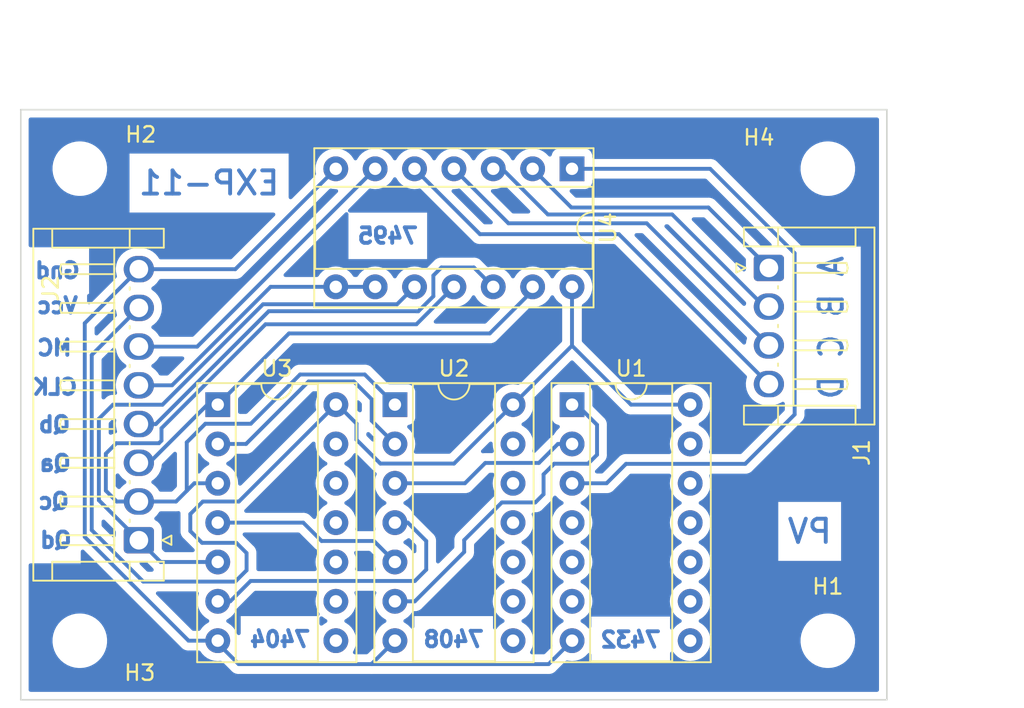
<source format=kicad_pcb>
(kicad_pcb (version 20211014) (generator pcbnew)
  (layers (0 "F.Cu" signal) (31 "B.Cu" signal) (34 "B.Paste" user) (35 "F.Paste" user) (36 "B.SilkS" user "B.Silkscreen") (37 "F.SilkS" user "F.Silkscreen") (38 "B.Mask" user) (39 "F.Mask" user) (44 "Edge.Cuts" user))
  (net 0 "")
  (net 1 "D")
  (net 2 "C")
  (net 3 "B")
  (net 4 "A")
  (net 5 "CLK")
  (net 6 "MC")
  (net 7 "QA")
  (net 8 "QB")
  (net 9 "QC")
  (net 10 "QD")
  (net 11 "VCC")
  (net 12 "GND")
  (net 13 "Net-(U1-Pad1)")
  (net 14 "Net-(U1-Pad3)")
  (net 15 "Net-(U2-Pad2)")
  (net 16 "Net-(U2-Pad4)")
  (net 17 "Net-(U2-Pad5)")
  (net 18 "Net-(U2-Pad3)")
  (footprint "Package_DIP:DIP-14_W7.62mm_Socket" (layer "F.Cu") (at 123.2 102.865)
    (fp_text reference "U1" (at 3.81 -2.33) (layer "F.SilkS"))
    (fp_text value "7432" (at 3.78 15.185) (layer "B.Cu") (effects (font (thickness 0.25)) (justify mirror)))
    (fp_line (start 8.95 16.63) (end 8.95 -1.39) (layer "F.SilkS") (width 0.12))
    (fp_line (start -1.33 -1.39) (end -1.33 16.63) (layer "F.SilkS") (width 0.12))
    (fp_line (start 1.16 16.57) (end 6.46 16.57) (layer "F.SilkS") (width 0.12))
    (fp_line (start 1.16 -1.33) (end 1.16 16.57) (layer "F.SilkS") (width 0.12))
    (fp_line (start 2.81 -1.33) (end 1.16 -1.33) (layer "F.SilkS") (width 0.12))
    (fp_line (start 8.95 -1.39) (end -1.33 -1.39) (layer "F.SilkS") (width 0.12))
    (fp_line (start 6.46 16.57) (end 6.46 -1.33) (layer "F.SilkS") (width 0.12))
    (fp_line (start 6.46 -1.33) (end 4.81 -1.33) (layer "F.SilkS") (width 0.12))
    (fp_line (start -1.33 16.63) (end 8.95 16.63) (layer "F.SilkS") (width 0.12))
    (fp_arc (start 4.81 -1.33) (mid 3.81 -0.33) (end 2.81 -1.33) (layer "F.SilkS") (width 0.12))
    (pad "1" thru_hole rect (at 0 0) (size 1.6 1.6) (drill 0.8) (layers *.Cu *.Mask) (net 13 "Net-(U1-Pad1)"))
    (pad "2" thru_hole oval (at 0 2.54) (size 1.6 1.6) (drill 0.8) (layers *.Cu *.Mask) (net 18 "Net-(U2-Pad3)"))
    (pad "3" thru_hole oval (at 0 5.08) (size 1.6 1.6) (drill 0.8) (layers *.Cu *.Mask) (net 14 "Net-(U1-Pad3)"))
    (pad "4" thru_hole oval (at 0 7.62) (size 1.6 1.6) (drill 0.8) (layers *.Cu *.Mask))
    (pad "5" thru_hole oval (at 0 10.16) (size 1.6 1.6) (drill 0.8) (layers *.Cu *.Mask))
    (pad "6" thru_hole oval (at 0 12.7) (size 1.6 1.6) (drill 0.8) (layers *.Cu *.Mask))
    (pad "7" thru_hole oval (at 0 15.24) (size 1.6 1.6) (drill 0.8) (layers *.Cu *.Mask) (net 12 "GND"))
    (pad "8" thru_hole oval (at 7.62 15.24) (size 1.6 1.6) (drill 0.8) (layers *.Cu *.Mask))
    (pad "9" thru_hole oval (at 7.62 12.7) (size 1.6 1.6) (drill 0.8) (layers *.Cu *.Mask))
    (pad "10" thru_hole oval (at 7.62 10.16) (size 1.6 1.6) (drill 0.8) (layers *.Cu *.Mask))
    (pad "11" thru_hole oval (at 7.62 7.62) (size 1.6 1.6) (drill 0.8) (layers *.Cu *.Mask))
    (pad "12" thru_hole oval (at 7.62 5.08) (size 1.6 1.6) (drill 0.8) (layers *.Cu *.Mask))
    (pad "13" thru_hole oval (at 7.62 2.54) (size 1.6 1.6) (drill 0.8) (layers *.Cu *.Mask))
    (pad "14" thru_hole oval (at 7.62 0) (size 1.6 1.6) (drill 0.8) (layers *.Cu *.Mask) (net 11 "VCC"))
  )
  (footprint "Connector_JST:JST_EH_S8B-EH_1x08_P2.50mm_Horizontal" (layer "F.Cu") (at 95.25 111.62 90)
    (fp_text reference "J2" (at 16.26 -5.69 90) (layer "F.SilkS"))
    (fp_text value "Conn_01x08_Female")
    (fp_line (start 12.18 -1.59) (end 12.18 -5.01) (layer "F.SilkS") (width 0.12))
    (fp_line (start 2.82 -1.59) (end 2.5 -1.59) (layer "F.SilkS") (width 0.12))
    (fp_line (start -1.39 1.61) (end -2.61 1.61) (layer "F.SilkS") (width 0.12))
    (fp_line (start 20.11 -5.59) (end 18.89 -5.59) (layer "F.SilkS") (width 0.12))
    (fp_line (start 0.32 -5.01) (end 0.32 -1.59) (layer "F.SilkS") (width 0.12))
    (fp_line (start 20.11 1.61) (end 18.89 1.61) (layer "F.SilkS") (width 0.12))
    (fp_line (start 15 -1.59) (end 14.68 -1.59) (layer "F.SilkS") (width 0.12))
    (fp_line (start 5 -5.09) (end 5.32 -5.01) (layer "F.SilkS") (width 0.12))
    (fp_line (start 17.5 -5.09) (end 17.82 -5.01) (layer "F.SilkS") (width 0.12))
    (fp_line (start 17.82 -5.01) (end 17.82 -1.59) (layer "F.SilkS") (width 0.12))
    (fp_line (start -0.32 -5.01) (end 0 -5.09) (layer "F.SilkS") (width 0.12))
    (fp_line (start 3.67 -0.59) (end 3.83 -0.59) (layer "F.SilkS") (width 0.12))
    (fp_line (start 17.5 -1.59) (end 17.18 -1.59) (layer "F.SilkS") (width 0.12))
    (fp_line (start -2.61 -6.81) (end 20.11 -6.81) (layer "F.SilkS") (width 0.12))
    (fp_line (start 7.82 -1.59) (end 7.5 -1.59) (layer "F.SilkS") (width 0.12))
    (fp_line (start 10 -5.09) (end 10.32 -5.01) (layer "F.SilkS") (width 0.12))
    (fp_line (start 1.17 -0.59) (end 1.33 -0.59) (layer "F.SilkS") (width 0.12))
    (fp_line (start 7.18 -5.01) (end 7.5 -5.09) (layer "F.SilkS") (width 0.12))
    (fp_line (start 2.18 -1.59) (end 2.18 -5.01) (layer "F.SilkS") (width 0.12))
    (fp_line (start 6.17 -0.59) (end 6.33 -0.59) (layer "F.SilkS") (width 0.12))
    (fp_line (start 2.5 -1.59) (end 2.18 -1.59) (layer "F.SilkS") (width 0.12))
    (fp_line (start -1.39 -0.59) (end -2.61 -0.59) (layer "F.SilkS") (width 0.12))
    (fp_line (start 14.68 -5.01) (end 15 -5.09) (layer "F.SilkS") (width 0.12))
    (fp_line (start -1.39 -1.59) (end 18.89 -1.59) (layer "F.SilkS") (width 0.12))
    (fp_line (start 7.18 -1.59) (end 7.18 -5.01) (layer "F.SilkS") (width 0.12))
    (fp_line (start 7.82 -5.01) (end 7.82 -1.59) (layer "F.SilkS") (width 0.12))
    (fp_line (start 5 -1.59) (end 4.68 -1.59) (layer "F.SilkS") (width 0.12))
    (fp_line (start 17.18 -5.01) (end 17.5 -5.09) (layer "F.SilkS") (width 0.12))
    (fp_line (start 4.68 -5.01) (end 5 -5.09) (layer "F.SilkS") (width 0.12))
    (fp_line (start 15 -5.09) (end 15.32 -5.01) (layer "F.SilkS") (width 0.12))
    (fp_line (start 5.32 -1.59) (end 5 -1.59) (layer "F.SilkS") (width 0.12))
    (fp_line (start 12.18 -5.01) (end 12.5 -5.09) (layer "F.SilkS") (width 0.12))
    (fp_line (start 0 -5.09) (end 0.32 -5.01) (layer "F.SilkS") (width 0.12))
    (fp_line (start -1.39 -5.59) (end -1.39 -0.59) (layer "F.SilkS") (width 0.12))
    (fp_line (start 12.82 -5.01) (end 12.82 -1.59) (layer "F.SilkS") (width 0.12))
    (fp_line (start 17.82 -1.59) (end 17.5 -1.59) (layer "F.SilkS") (width 0.12))
    (fp_line (start -0.3 2.1) (end 0.3 2.1) (layer "F.SilkS") (width 0.12))
    (fp_line (start 10.32 -5.01) (end 10.32 -1.59) (layer "F.SilkS") (width 0.12))
    (fp_line (start 16.17 -0.59) (end 16.33 -0.59) (layer "F.SilkS") (width 0.12))
    (fp_line (start -0.32 -1.59) (end -0.32 -5.01) (layer "F.SilkS") (width 0.12))
    (fp_line (start 7.5 -5.09) (end 7.82 -5.01) (layer "F.SilkS") (width 0.12))
    (fp_line (start 8.67 -0.59) (end 8.83 -0.59) (layer "F.SilkS") (width 0.12))
    (fp_line (start 10.32 -1.59) (end 10 -1.59) (layer "F.SilkS") (width 0.12))
    (fp_line (start 4.68 -1.59) (end 4.68 -5.01) (layer "F.SilkS") (width 0.12))
    (fp_line (start 18.89 -5.59) (end 18.89 -0.59) (layer "F.SilkS") (width 0.12))
    (fp_line (start 12.5 -5.09) (end 12.82 -5.01) (layer "F.SilkS") (width 0.12))
    (fp_line (start 12.5 -1.59) (end 12.18 -1.59) (layer "F.SilkS") (width 0.12))
    (fp_line (start 2.5 -5.09) (end 2.82 -5.01) (layer "F.SilkS") (width 0.12))
    (fp_line (start 13.67 -0.59) (end 13.83 -0.59) (layer "F.SilkS") (width 0.12))
    (fp_line (start 2.18 -5.01) (end 2.5 -5.09) (layer "F.SilkS") (width 0.12))
    (fp_line (start 9.68 -5.01) (end 10 -5.09) (layer "F.SilkS") (width 0.12))
    (fp_line (start 17.18 -1.59) (end 17.18 -5.01) (layer "F.SilkS") (width 0.12))
    (fp_line (start 0.32 -1.59) (end 0 -1.59) (layer "F.SilkS") (width 0.12))
    (fp_line (start 9.68 -1.59) (end 9.68 -5.01) (layer "F.SilkS") (width 0.12))
    (fp_line (start 20.11 -6.81) (end 20.11 1.61) (layer "F.SilkS") (width 0.12))
    (fp_line (start 0.3 2.1) (end 0 1.5) (layer "F.SilkS") (width 0.12))
    (fp_line (start 18.89 1.61) (end 18.89 -0.59) (layer "F.SilkS") (width 0.12))
    (fp_line (start 11.17 -0.59) (end 11.33 -0.59) (layer "F.SilkS") (width 0.12))
    (fp_line (start 10 -1.59) (end 9.68 -1.59) (layer "F.SilkS") (width 0.12))
    (fp_line (start 0 1.5) (end -0.3 2.1) (layer "F.SilkS") (width 0.12))
    (fp_line (start -2.61 -5.59) (end -1.39 -5.59) (layer "F.SilkS") (width 0.12))
    (fp_line (start 12.82 -1.59) (end 12.5 -1.59) (layer "F.SilkS") (width 0.12))
    (fp_line (start 14.68 -1.59) (end 14.68 -5.01) (layer "F.SilkS") (width 0.12))
    (fp_line (start -2.61 1.61) (end -2.61 -6.81) (layer "F.SilkS") (width 0.12))
    (fp_line (start 5.32 -5.01) (end 5.32 -1.59) (layer "F.SilkS") (width 0.12))
    (fp_line (start 15.32 -5.01) (end 15.32 -1.59) (layer "F.SilkS") (width 0.12))
    (fp_line (start 0 -1.59) (end -0.32 -1.59) (layer "F.SilkS") (width 0.12))
    (fp_line (start 2.82 -5.01) (end 2.82 -1.59) (layer "F.SilkS") (width 0.12))
    (fp_line (start 7.5 -1.59) (end 7.18 -1.59) (layer "F.SilkS") (width 0.12))
    (fp_line (start 18.89 -0.59) (end 20.11 -0.59) (layer "F.SilkS") (width 0.12))
    (fp_line (start 15.32 -1.59) (end 15 -1.59) (layer "F.SilkS") (width 0.12))
    (fp_line (start -1.39 -0.59) (end -1.39 1.61) (layer "F.SilkS") (width 0.12))
    (pad "1" thru_hole roundrect (at 0 0 90) (size 1.7 1.95) (drill 1.2) (layers *.Cu *.Mask) (roundrect_rratio 0.1470588235) (net 10 "QD"))
    (pad "2" thru_hole oval (at 2.5 0 90) (size 1.7 1.95) (drill 1.2) (layers *.Cu *.Mask) (net 9 "QC"))
    (pad "3" thru_hole oval (at 5 0 90) (size 1.7 1.95) (drill 1.2) (layers *.Cu *.Mask) (net 7 "QA"))
    (pad "4" thru_hole oval (at 7.5 0 90) (size 1.7 1.95) (drill 1.2) (layers *.Cu *.Mask) (net 8 "QB"))
    (pad "5" thru_hole oval (at 10 0 90) (size 1.7 1.95) (drill 1.2) (layers *.Cu *.Mask) (net 5 "CLK"))
    (pad "6" thru_hole oval (at 12.5 0 90) (size 1.7 1.95) (drill 1.2) (layers *.Cu *.Mask) (net 6 "MC"))
    (pad "7" thru_hole oval (at 15 0 90) (size 1.7 1.95) (drill 1.2) (layers *.Cu *.Mask) (net 11 "VCC"))
    (pad "8" thru_hole oval (at 17.5 0 90) (size 1.7 1.95) (drill 1.2) (layers *.Cu *.Mask) (net 12 "GND"))
  )
  (footprint "Connector_JST:JST_EH_S4B-EH_1x04_P2.50mm_Horizontal" (layer "F.Cu") (at 135.8975 94.04 -90)
    (fp_text reference "J1" (at 11.92 -5.9925 -90) (layer "F.SilkS"))
    (fp_text value "Conn_01x04_Female")
    (fp_line (start 0.32 -5.01) (end 0.32 -1.59) (layer "F.SilkS") (width 0.12))
    (fp_line (start 4.68 -1.59) (end 4.68 -5.01) (layer "F.SilkS") (width 0.12))
    (fp_line (start 7.18 -1.59) (end 7.18 -5.01) (layer "F.SilkS") (width 0.12))
    (fp_line (start 2.18 -5.01) (end 2.5 -5.09) (layer "F.SilkS") (width 0.12))
    (fp_line (start -0.3 2.1) (end 0.3 2.1) (layer "F.SilkS") (width 0.12))
    (fp_line (start 10.11 1.61) (end 8.89 1.61) (layer "F.SilkS") (width 0.12))
    (fp_line (start 2.5 -5.09) (end 2.82 -5.01) (layer "F.SilkS") (width 0.12))
    (fp_line (start -1.39 -5.59) (end -1.39 -0.59) (layer "F.SilkS") (width 0.12))
    (fp_line (start 2.82 -1.59) (end 2.5 -1.59) (layer "F.SilkS") (width 0.12))
    (fp_line (start 8.89 1.61) (end 8.89 -0.59) (layer "F.SilkS") (width 0.12))
    (fp_line (start 1.17 -0.59) (end 1.33 -0.59) (layer "F.SilkS") (width 0.12))
    (fp_line (start 5 -1.59) (end 4.68 -1.59) (layer "F.SilkS") (width 0.12))
    (fp_line (start -1.39 -0.59) (end -2.61 -0.59) (layer "F.SilkS") (width 0.12))
    (fp_line (start -1.39 -1.59) (end 8.89 -1.59) (layer "F.SilkS") (width 0.12))
    (fp_line (start 2.82 -5.01) (end 2.82 -1.59) (layer "F.SilkS") (width 0.12))
    (fp_line (start 4.68 -5.01) (end 5 -5.09) (layer "F.SilkS") (width 0.12))
    (fp_line (start 10.11 -6.81) (end 10.11 1.61) (layer "F.SilkS") (width 0.12))
    (fp_line (start 3.67 -0.59) (end 3.83 -0.59) (layer "F.SilkS") (width 0.12))
    (fp_line (start 7.82 -5.01) (end 7.82 -1.59) (layer "F.SilkS") (width 0.12))
    (fp_line (start 10.11 -5.59) (end 8.89 -5.59) (layer "F.SilkS") (width 0.12))
    (fp_line (start 0.3 2.1) (end 0 1.5) (layer "F.SilkS") (width 0.12))
    (fp_line (start 5.32 -5.01) (end 5.32 -1.59) (layer "F.SilkS") (width 0.12))
    (fp_line (start -2.61 -6.81) (end 10.11 -6.81) (layer "F.SilkS") (width 0.12))
    (fp_line (start -0.32 -1.59) (end -0.32 -5.01) (layer "F.SilkS") (width 0.12))
    (fp_line (start 6.17 -0.59) (end 6.33 -0.59) (layer "F.SilkS") (width 0.12))
    (fp_line (start 0 -5.09) (end 0.32 -5.01) (layer "F.SilkS") (width 0.12))
    (fp_line (start 7.82 -1.59) (end 7.5 -1.59) (layer "F.SilkS") (width 0.12))
    (fp_line (start -2.61 -5.59) (end -1.39 -5.59) (layer "F.SilkS") (width 0.12))
    (fp_line (start 7.5 -5.09) (end 7.82 -5.01) (layer "F.SilkS") (width 0.12))
    (fp_line (start 0.32 -1.59) (end 0 -1.59) (layer "F.SilkS") (width 0.12))
    (fp_line (start 0 1.5) (end -0.3 2.1) (layer "F.SilkS") (width 0.12))
    (fp_line (start 0 -1.59) (end -0.32 -1.59) (layer "F.SilkS") (width 0.12))
    (fp_line (start 7.5 -1.59) (end 7.18 -1.59) (layer "F.SilkS") (width 0.12))
    (fp_line (start -1.39 -0.59) (end -1.39 1.61) (layer "F.SilkS") (width 0.12))
    (fp_line (start -0.32 -5.01) (end 0 -5.09) (layer "F.SilkS") (width 0.12))
    (fp_line (start 5.32 -1.59) (end 5 -1.59) (layer "F.SilkS") (width 0.12))
    (fp_line (start -1.39 1.61) (end -2.61 1.61) (layer "F.SilkS") (width 0.12))
    (fp_line (start 2.18 -1.59) (end 2.18 -5.01) (layer "F.SilkS") (width 0.12))
    (fp_line (start 8.89 -0.59) (end 10.11 -0.59) (layer "F.SilkS") (width 0.12))
    (fp_line (start 5 -5.09) (end 5.32 -5.01) (layer "F.SilkS") (width 0.12))
    (fp_line (start -2.61 1.61) (end -2.61 -6.81) (layer "F.SilkS") (width 0.12))
    (fp_line (start 8.89 -5.59) (end 8.89 -0.59) (layer "F.SilkS") (width 0.12))
    (fp_line (start 7.18 -5.01) (end 7.5 -5.09) (layer "F.SilkS") (width 0.12))
    (fp_line (start 2.5 -1.59) (end 2.18 -1.59) (layer "F.SilkS") (width 0.12))
    (pad "1" thru_hole roundrect (at 0 0 270) (size 1.7 1.95) (drill 1.2) (layers *.Cu *.Mask) (roundrect_rratio 0.1470588235) (net 4 "A"))
    (pad "2" thru_hole oval (at 2.5 0 270) (size 1.7 1.95) (drill 1.2) (layers *.Cu *.Mask) (net 3 "B"))
    (pad "3" thru_hole oval (at 5 0 270) (size 1.7 1.95) (drill 1.2) (layers *.Cu *.Mask) (net 2 "C"))
    (pad "4" thru_hole oval (at 7.5 0 270) (size 1.7 1.95) (drill 1.2) (layers *.Cu *.Mask) (net 1 "D"))
  )
  (footprint "Package_DIP:DIP-14_W7.62mm_Socket" (layer "F.Cu") (at 123.195 87.64 -90)
    (fp_text reference "U4" (at 3.81 -2.33 -90) (layer "F.SilkS"))
    (fp_text value "7495" (at 4.33 11.885) (layer "B.Cu") (effects (font (thickness 0.25)) (justify mirror)))
    (fp_line (start 2.81 -1.33) (end 1.16 -1.33) (layer "F.SilkS") (width 0.12))
    (fp_line (start -1.33 -1.39) (end -1.33 16.63) (layer "F.SilkS") (width 0.12))
    (fp_line (start 8.95 -1.39) (end -1.33 -1.39) (layer "F.SilkS") (width 0.12))
    (fp_line (start 1.16 -1.33) (end 1.16 16.57) (layer "F.SilkS") (width 0.12))
    (fp_line (start 8.95 16.63) (end 8.95 -1.39) (layer "F.SilkS") (width 0.12))
    (fp_line (start 6.46 16.57) (end 6.46 -1.33) (layer "F.SilkS") (width 0.12))
    (fp_line (start 6.46 -1.33) (end 4.81 -1.33) (layer "F.SilkS") (width 0.12))
    (fp_line (start 1.16 16.57) (end 6.46 16.57) (layer "F.SilkS") (width 0.12))
    (fp_line (start -1.33 16.63) (end 8.95 16.63) (layer "F.SilkS") (width 0.12))
    (fp_arc (start 4.81 -1.33) (mid 3.81 -0.33) (end 2.81 -1.33) (layer "F.SilkS") (width 0.12))
    (pad "1" thru_hole rect (at 0 0 270) (size 1.6 1.6) (drill 0.8) (layers *.Cu *.Mask) (net 14 "Net-(U1-Pad3)"))
    (pad "2" thru_hole oval (at 0 2.54 270) (size 1.6 1.6) (drill 0.8) (layers *.Cu *.Mask) (net 4 "A"))
    (pad "3" thru_hole oval (at 0 5.08 270) (size 1.6 1.6) (drill 0.8) (layers *.Cu *.Mask) (net 3 "B"))
    (pad "4" thru_hole oval (at 0 7.62 270) (size 1.6 1.6) (drill 0.8) (layers *.Cu *.Mask) (net 2 "C"))
    (pad "5" thru_hole oval (at 0 10.16 270) (size 1.6 1.6) (drill 0.8) (layers *.Cu *.Mask) (net 1 "D"))
    (pad "6" thru_hole oval (at 0 12.7 270) (size 1.6 1.6) (drill 0.8) (layers *.Cu *.Mask) (net 6 "MC"))
    (pad "7" thru_hole oval (at 0 15.24 270) (size 1.6 1.6) (drill 0.8) (layers *.Cu *.Mask) (net 12 "GND"))
    (pad "8" thru_hole oval (at 7.62 15.24 270) (size 1.6 1.6) (drill 0.8) (layers *.Cu *.Mask) (net 5 "CLK"))
    (pad "9" thru_hole oval (at 7.62 12.7 270) (size 1.6 1.6) (drill 0.8) (layers *.Cu *.Mask) (net 5 "CLK"))
    (pad "10" thru_hole oval (at 7.62 10.16 270) (size 1.6 1.6) (drill 0.8) (layers *.Cu *.Mask) (net 10 "QD"))
    (pad "11" thru_hole oval (at 7.62 7.62 270) (size 1.6 1.6) (drill 0.8) (layers *.Cu *.Mask) (net 9 "QC"))
    (pad "12" thru_hole oval (at 7.62 5.08 270) (size 1.6 1.6) (drill 0.8) (layers *.Cu *.Mask) (net 8 "QB"))
    (pad "13" thru_hole oval (at 7.62 2.54 270) (size 1.6 1.6) (drill 0.8) (layers *.Cu *.Mask) (net 7 "QA"))
    (pad "14" thru_hole oval (at 7.62 0 270) (size 1.6 1.6) (drill 0.8) (layers *.Cu *.Mask) (net 11 "VCC"))
  )
  (footprint "MountingHole:MountingHole_2.5mm" (layer "F.Cu") (at 91.44 87.63)
    (fp_text reference "H2" (at 3.93 -2.2) (layer "F.SilkS"))
    (fp_text value "MountingHole")
    (pad "" np_thru_hole circle (at 0 0) (size 2.5 2.5) (drill 2.5) (layers *.Cu *.Mask))
  )
  (footprint "Package_DIP:DIP-14_W7.62mm_Socket" (layer "F.Cu") (at 100.34 102.865)
    (fp_text reference "U3" (at 3.81 -2.33) (layer "F.SilkS"))
    (fp_text value "7404" (at 4.02 15.155) (layer "B.Cu") (effects (font (thickness 0.25)) (justify mirror)))
    (fp_line (start 1.16 16.57) (end 6.46 16.57) (layer "F.SilkS") (width 0.12))
    (fp_line (start 8.95 16.63) (end 8.95 -1.39) (layer "F.SilkS") (width 0.12))
    (fp_line (start -1.33 -1.39) (end -1.33 16.63) (layer "F.SilkS") (width 0.12))
    (fp_line (start 2.81 -1.33) (end 1.16 -1.33) (layer "F.SilkS") (width 0.12))
    (fp_line (start -1.33 16.63) (end 8.95 16.63) (layer "F.SilkS") (width 0.12))
    (fp_line (start 8.95 -1.39) (end -1.33 -1.39) (layer "F.SilkS") (width 0.12))
    (fp_line (start 6.46 -1.33) (end 4.81 -1.33) (layer "F.SilkS") (width 0.12))
    (fp_line (start 6.46 16.57) (end 6.46 -1.33) (layer "F.SilkS") (width 0.12))
    (fp_line (start 1.16 -1.33) (end 1.16 16.57) (layer "F.SilkS") (width 0.12))
    (fp_arc (start 4.81 -1.33) (mid 3.81 -0.33) (end 2.81 -1.33) (layer "F.SilkS") (width 0.12))
    (pad "1" thru_hole rect (at 0 0) (size 1.6 1.6) (drill 0.8) (layers *.Cu *.Mask) (net 7 "QA"))
    (pad "2" thru_hole oval (at 0 2.54) (size 1.6 1.6) (drill 0.8) (layers *.Cu *.Mask) (net 15 "Net-(U2-Pad2)"))
    (pad "3" thru_hole oval (at 0 5.08) (size 1.6 1.6) (drill 0.8) (layers *.Cu *.Mask) (net 9 "QC"))
    (pad "4" thru_hole oval (at 0 7.62) (size 1.6 1.6) (drill 0.8) (layers *.Cu *.Mask) (net 17 "Net-(U2-Pad5)"))
    (pad "5" thru_hole oval (at 0 10.16) (size 1.6 1.6) (drill 0.8) (layers *.Cu *.Mask) (net 10 "QD"))
    (pad "6" thru_hole oval (at 0 12.7) (size 1.6 1.6) (drill 0.8) (layers *.Cu *.Mask) (net 16 "Net-(U2-Pad4)"))
    (pad "7" thru_hole oval (at 0 15.24) (size 1.6 1.6) (drill 0.8) (layers *.Cu *.Mask) (net 12 "GND"))
    (pad "8" thru_hole oval (at 7.62 15.24) (size 1.6 1.6) (drill 0.8) (layers *.Cu *.Mask))
    (pad "9" thru_hole oval (at 7.62 12.7) (size 1.6 1.6) (drill 0.8) (layers *.Cu *.Mask))
    (pad "10" thru_hole oval (at 7.62 10.16) (size 1.6 1.6) (drill 0.8) (layers *.Cu *.Mask))
    (pad "11" thru_hole oval (at 7.62 7.62) (size 1.6 1.6) (drill 0.8) (layers *.Cu *.Mask))
    (pad "12" thru_hole oval (at 7.62 5.08) (size 1.6 1.6) (drill 0.8) (layers *.Cu *.Mask))
    (pad "13" thru_hole oval (at 7.62 2.54) (size 1.6 1.6) (drill 0.8) (layers *.Cu *.Mask))
    (pad "14" thru_hole oval (at 7.62 0) (size 1.6 1.6) (drill 0.8) (layers *.Cu *.Mask) (net 11 "VCC"))
  )
  (footprint "MountingHole:MountingHole_2.5mm" (layer "F.Cu") (at 139.7 87.63)
    (fp_text reference "H4" (at -4.45 -2.01) (layer "F.SilkS"))
    (fp_text value "MountingHole")
    (pad "" np_thru_hole circle (at 0 0) (size 2.5 2.5) (drill 2.5) (layers *.Cu *.Mask))
  )
  (footprint "MountingHole:MountingHole_2.5mm" (layer "F.Cu") (at 91.44 118.11)
    (fp_text reference "H3" (at 3.87 2.07) (layer "F.SilkS"))
    (fp_text value "MountingHole")
    (pad "" np_thru_hole circle (at 0 0) (size 2.5 2.5) (drill 2.5) (layers *.Cu *.Mask))
  )
  (footprint "MountingHole:MountingHole_2.5mm" (layer "F.Cu") (at 139.7 118.11)
    (fp_text reference "H1" (at 0 -3.5) (layer "F.SilkS"))
    (fp_text value "MountingHole")
    (pad "" np_thru_hole circle (at 0 0) (size 2.5 2.5) (drill 2.5) (layers *.Cu *.Mask))
  )
  (footprint "Package_DIP:DIP-14_W7.62mm_Socket" (layer "F.Cu") (at 111.77 102.865)
    (fp_text reference "U2" (at 3.81 -2.33) (layer "F.SilkS"))
    (fp_text value "7408" (at 3.79 15.155) (layer "B.Cu") (effects (font (thickness 0.25)) (justify mirror)))
    (fp_line (start -1.33 16.63) (end 8.95 16.63) (layer "F.SilkS") (width 0.12))
    (fp_line (start -1.33 -1.39) (end -1.33 16.63) (layer "F.SilkS") (width 0.12))
    (fp_line (start 8.95 -1.39) (end -1.33 -1.39) (layer "F.SilkS") (width 0.12))
    (fp_line (start 2.81 -1.33) (end 1.16 -1.33) (layer "F.SilkS") (width 0.12))
    (fp_line (start 1.16 -1.33) (end 1.16 16.57) (layer "F.SilkS") (width 0.12))
    (fp_line (start 6.46 -1.33) (end 4.81 -1.33) (layer "F.SilkS") (width 0.12))
    (fp_line (start 1.16 16.57) (end 6.46 16.57) (layer "F.SilkS") (width 0.12))
    (fp_line (start 8.95 16.63) (end 8.95 -1.39) (layer "F.SilkS") (width 0.12))
    (fp_line (start 6.46 16.57) (end 6.46 -1.33) (layer "F.SilkS") (width 0.12))
    (fp_arc (start 4.81 -1.33) (mid 3.81 -0.33) (end 2.81 -1.33) (layer "F.SilkS") (width 0.12))
    (pad "1" thru_hole rect (at 0 0) (size 1.6 1.6) (drill 0.8) (layers *.Cu *.Mask) (net 9 "QC"))
    (pad "2" thru_hole oval (at 0 2.54) (size 1.6 1.6) (drill 0.8) (layers *.Cu *.Mask) (net 15 "Net-(U2-Pad2)"))
    (pad "3" thru_hole oval (at 0 5.08) (size 1.6 1.6) (drill 0.8) (layers *.Cu *.Mask) (net 18 "Net-(U2-Pad3)"))
    (pad "4" thru_hole oval (at 0 7.62) (size 1.6 1.6) (drill 0.8) (layers *.Cu *.Mask) (net 16 "Net-(U2-Pad4)"))
    (pad "5" thru_hole oval (at 0 10.16) (size 1.6 1.6) (drill 0.8) (layers *.Cu *.Mask) (net 17 "Net-(U2-Pad5)"))
    (pad "6" thru_hole oval (at 0 12.7) (size 1.6 1.6) (drill 0.8) (layers *.Cu *.Mask) (net 13 "Net-(U1-Pad1)"))
    (pad "7" thru_hole oval (at 0 15.24) (size 1.6 1.6) (drill 0.8) (layers *.Cu *.Mask) (net 12 "GND"))
    (pad "8" thru_hole oval (at 7.62 15.24) (size 1.6 1.6) (drill 0.8) (layers *.Cu *.Mask))
    (pad "9" thru_hole oval (at 7.62 12.7) (size 1.6 1.6) (drill 0.8) (layers *.Cu *.Mask))
    (pad "10" thru_hole oval (at 7.62 10.16) (size 1.6 1.6) (drill 0.8) (layers *.Cu *.Mask))
    (pad "11" thru_hole oval (at 7.62 7.62) (size 1.6 1.6) (drill 0.8) (layers *.Cu *.Mask))
    (pad "12" thru_hole oval (at 7.62 5.08) (size 1.6 1.6) (drill 0.8) (layers *.Cu *.Mask))
    (pad "13" thru_hole oval (at 7.62 2.54) (size 1.6 1.6) (drill 0.8) (layers *.Cu *.Mask))
    (pad "14" thru_hole oval (at 7.62 0) (size 1.6 1.6) (drill 0.8) (layers *.Cu *.Mask) (net 11 "VCC"))
  )
  (gr_line (start 143.51 83.82) (end 143.51 121.92) (layer "Edge.Cuts") (width 0.1))
  (gr_line (start 87.63 121.92) (end 87.63 83.82) (layer "Edge.Cuts") (width 0.1))
  (gr_line (start 143.51 121.92) (end 87.63 121.92) (layer "Edge.Cuts") (width 0.1))
  (gr_line (start 87.63 83.82) (end 143.51 83.82) (layer "Edge.Cuts") (width 0.1))
  (gr_text "PV" (at 138.53 111.05) (layer "B.Cu") (effects (font (size 1.5 1.5) (thickness 0.25)) (justify mirror)))
  (gr_text "MC" (at 89.8 99.2) (layer "B.Cu") (effects (font (size 1 1) (thickness 0.25)) (justify mirror)))
  (gr_text "CLK" (at 89.84 101.73) (layer "B.Cu") (effects (font (size 1 1) (thickness 0.25)) (justify mirror)))
  (gr_text "A B C D" (at 139.92 97.9 90) (layer "B.Cu") (effects (font (size 1.5 1.5) (thickness 0.25)) (justify mirror)))
  (gr_text "Qa" (at 89.84 106.65) (layer "B.Cu") (effects (font (size 1 1) (thickness 0.25)) (justify mirror)))
  (gr_text "Qd" (at 89.89 111.61) (layer "B.Cu") (effects (font (size 1 1) (thickness 0.25)) (justify mirror)))
  (gr_text "Qb" (at 89.8 104.15) (layer "B.Cu") (effects (font (size 1 1) (thickness 0.25)) (justify mirror)))
  (gr_text "Gnd" (at 90 94.21) (layer "B.Cu") (effects (font (size 1 1) (thickness 0.25)) (justify mirror)))
  (gr_text "EXP-11" (at 99.78 88.56) (layer "B.Cu") (effects (font (size 1.5 1.5) (thickness 0.25)) (justify mirror)))
  (gr_text "Qc" (at 89.75 109.1) (layer "B.Cu") (effects (font (size 1 1) (thickness 0.25)) (justify mirror)))
  (gr_text "Vcc" (at 89.99 96.47) (layer "B.Cu") (effects (font (size 1 1) (thickness 0.25)) (justify mirror)))
  (segment (start 117.255 91.86) (end 126.2175 91.86) (width 0.25) (layer "B.Cu") (net 1))
  (segment (start 126.2175 91.86) (end 135.8975 101.54) (width 0.25) (layer "B.Cu") (net 1))
  (segment (start 113.035 87.64) (end 117.255 91.86) (width 0.25) (layer "B.Cu") (net 1))
  (segment (start 128.0175 91.16) (end 135.8975 99.04) (width 0.25) (layer "B.Cu") (net 2))
  (segment (start 115.575 87.64) (end 119.095 91.16) (width 0.25) (layer "B.Cu") (net 2))
  (segment (start 119.095 91.16) (end 128.0175 91.16) (width 0.25) (layer "B.Cu") (net 2))
  (segment (start 121.64 90.59) (end 129.66 90.59) (width 0.25) (layer "B.Cu") (net 3))
  (segment (start 129.66 90.59) (end 135.61 96.54) (width 0.25) (layer "B.Cu") (net 3))
  (segment (start 118.69 87.64) (end 121.64 90.59) (width 0.25) (layer "B.Cu") (net 3))
  (segment (start 118.115 87.64) (end 118.69 87.64) (width 0.25) (layer "B.Cu") (net 3))
  (segment (start 135.61 96.54) (end 135.8975 96.54) (width 0.25) (layer "B.Cu") (net 3))
  (segment (start 131.9975 90.14) (end 135.8975 94.04) (width 0.25) (layer "B.Cu") (net 4))
  (segment (start 123.155 90.14) (end 131.9975 90.14) (width 0.25) (layer "B.Cu") (net 4))
  (segment (start 120.655 87.64) (end 123.155 90.14) (width 0.25) (layer "B.Cu") (net 4))
  (segment (start 97.39 101.62) (end 103.75 95.26) (width 0.25) (layer "B.Cu") (net 5))
  (segment (start 95.25 101.62) (end 97.39 101.62) (width 0.25) (layer "B.Cu") (net 5))
  (segment (start 107.955 95.26) (end 110.495 95.26) (width 0.25) (layer "B.Cu") (net 5))
  (segment (start 103.75 95.26) (end 107.955 95.26) (width 0.25) (layer "B.Cu") (net 5))
  (segment (start 99.015 99.12) (end 110.495 87.64) (width 0.25) (layer "B.Cu") (net 6))
  (segment (start 95.25 99.12) (end 99.015 99.12) (width 0.25) (layer "B.Cu") (net 6))
  (segment (start 117.89 98.27) (end 120.655 95.505) (width 0.25) (layer "B.Cu") (net 7))
  (segment (start 95.25 106.62) (end 95.92 106.62) (width 0.25) (layer "B.Cu") (net 7))
  (segment (start 99.675 102.865) (end 100.34 102.865) (width 0.25) (layer "B.Cu") (net 7))
  (segment (start 100.34 102.865) (end 104.935 98.27) (width 0.25) (layer "B.Cu") (net 7))
  (segment (start 120.655 95.505) (end 120.655 95.26) (width 0.25) (layer "B.Cu") (net 7))
  (segment (start 104.935 98.27) (end 117.89 98.27) (width 0.25) (layer "B.Cu") (net 7))
  (segment (start 95.92 106.62) (end 99.675 102.865) (width 0.25) (layer "B.Cu") (net 7))
  (segment (start 113.18 96.84) (end 113.28 96.84) (width 0.25) (layer "B.Cu") (net 8))
  (segment (start 114.25 95.87) (end 114.25 94.53) (width 0.25) (layer "B.Cu") (net 8))
  (segment (start 114.77 94.01) (end 116.865 94.01) (width 0.25) (layer "B.Cu") (net 8))
  (segment (start 96.345 104.12) (end 103.63 96.835) (width 0.25) (layer "B.Cu") (net 8))
  (segment (start 113.175 96.835) (end 113.18 96.84) (width 0.25) (layer "B.Cu") (net 8))
  (segment (start 113.28 96.84) (end 114.25 95.87) (width 0.25) (layer "B.Cu") (net 8))
  (segment (start 116.865 94.01) (end 118.115 95.26) (width 0.25) (layer "B.Cu") (net 8))
  (segment (start 103.63 96.835) (end 113.175 96.835) (width 0.25) (layer "B.Cu") (net 8))
  (segment (start 95.25 104.12) (end 96.345 104.12) (width 0.25) (layer "B.Cu") (net 8))
  (segment (start 114.25 94.53) (end 114.77 94.01) (width 0.25) (layer "B.Cu") (net 8))
  (segment (start 96.54 105.36) (end 93.79 105.36) (width 0.25) (layer "B.Cu") (net 9))
  (segment (start 100.34 107.945) (end 98.825 107.945) (width 0.25) (layer "B.Cu") (net 9))
  (segment (start 109.825 100.92) (end 105.65 100.92) (width 0.25) (layer "B.Cu") (net 9))
  (segment (start 102.47 104.1) (end 99.54 104.1) (width 0.25) (layer "B.Cu") (net 9))
  (segment (start 93.82 109.12) (end 95.25 109.12) (width 0.25) (layer "B.Cu") (net 9))
  (segment (start 111.77 102.865) (end 109.825 100.92) (width 0.25) (layer "B.Cu") (net 9))
  (segment (start 93.12 108.42) (end 93.82 109.12) (width 0.25) (layer "B.Cu") (net 9))
  (segment (start 98.34 108.43) (end 97.65 109.12) (width 0.25) (layer "B.Cu") (net 9))
  (segment (start 115.575 95.26) (end 113.155 97.68) (width 0.25) (layer "B.Cu") (net 9))
  (segment (start 98.34 105.3) (end 98.34 108.43) (width 0.25) (layer "B.Cu") (net 9))
  (segment (start 103.421396 97.68) (end 96.71 104.391396) (width 0.25) (layer "B.Cu") (net 9))
  (segment (start 99.54 104.1) (end 98.34 105.3) (width 0.25) (layer "B.Cu") (net 9))
  (segment (start 93.79 105.36) (end 93.12 106.03) (width 0.25) (layer "B.Cu") (net 9))
  (segment (start 97.65 109.12) (end 95.25 109.12) (width 0.25) (layer "B.Cu") (net 9))
  (segment (start 98.825 107.945) (end 98.34 108.43) (width 0.25) (layer "B.Cu") (net 9))
  (segment (start 105.65 100.92) (end 102.47 104.1) (width 0.25) (layer "B.Cu") (net 9))
  (segment (start 113.155 97.68) (end 103.421396 97.68) (width 0.25) (layer "B.Cu") (net 9))
  (segment (start 93.12 106.03) (end 93.12 108.42) (width 0.25) (layer "B.Cu") (net 9))
  (segment (start 96.71 105.19) (end 96.54 105.36) (width 0.25) (layer "B.Cu") (net 9))
  (segment (start 96.71 104.391396) (end 96.71 105.19) (width 0.25) (layer "B.Cu") (net 9))
  (segment (start 92.67 103.78) (end 92.67 109.04) (width 0.25) (layer "B.Cu") (net 10))
  (segment (start 96.655 113.025) (end 100.34 113.025) (width 0.25) (layer "B.Cu") (net 10))
  (segment (start 93.58 102.87) (end 92.67 103.78) (width 0.25) (layer "B.Cu") (net 10))
  (segment (start 103.261396 96.385) (end 96.776396 102.87) (width 0.25) (layer "B.Cu") (net 10))
  (segment (start 95.25 111.62) (end 96.655 113.025) (width 0.25) (layer "B.Cu") (net 10))
  (segment (start 96.776396 102.87) (end 93.58 102.87) (width 0.25) (layer "B.Cu") (net 10))
  (segment (start 92.67 109.04) (end 95.25 111.62) (width 0.25) (layer "B.Cu") (net 10))
  (segment (start 113.035 95.26) (end 111.91 96.385) (width 0.25) (layer "B.Cu") (net 10))
  (segment (start 111.91 96.385) (end 103.261396 96.385) (width 0.25) (layer "B.Cu") (net 10))
  (segment (start 115.585 106.67) (end 110.83 106.67) (width 0.25) (layer "B.Cu") (net 11))
  (segment (start 102.2 113.56) (end 102.2 112.45) (width 0.25) (layer "B.Cu") (net 11))
  (segment (start 98.57 111.03) (end 98.57 109.93) (width 0.25) (layer "B.Cu") (net 11))
  (segment (start 95.53 114.29) (end 101.47 114.29) (width 0.25) (layer "B.Cu") (net 11))
  (segment (start 95.25 96.62) (end 92.21 99.66) (width 0.25) (layer "B.Cu") (net 11))
  (segment (start 108.065 102.865) (end 107.96 102.865) (width 0.25) (layer "B.Cu") (net 11))
  (segment (start 99.33 111.79) (end 98.57 111.03) (width 0.25) (layer "B.Cu") (net 11))
  (segment (start 127 102.865) (end 130.82 102.865) (width 0.25) (layer "B.Cu") (net 11))
  (segment (start 99.38 109.12) (end 101.705 109.12) (width 0.25) (layer "B.Cu") (net 11))
  (segment (start 98.57 109.93) (end 99.38 109.12) (width 0.25) (layer "B.Cu") (net 11))
  (segment (start 123.195 99.06) (end 119.39 102.865) (width 0.25) (layer "B.Cu") (net 11))
  (segment (start 92.21 110.97) (end 95.53 114.29) (width 0.25) (layer "B.Cu") (net 11))
  (segment (start 101.47 114.29) (end 102.2 113.56) (width 0.25) (layer "B.Cu") (net 11))
  (segment (start 119.39 102.865) (end 115.585 106.67) (width 0.25) (layer "B.Cu") (net 11))
  (segment (start 101.705 109.12) (end 107.96 102.865) (width 0.25) (layer "B.Cu") (net 11))
  (segment (start 110.83 106.67) (end 109.29 105.13) (width 0.25) (layer "B.Cu") (net 11))
  (segment (start 123.195 95.26) (end 123.195 99.06) (width 0.25) (layer "B.Cu") (net 11))
  (segment (start 109.29 105.13) (end 109.29 104.09) (width 0.25) (layer "B.Cu") (net 11))
  (segment (start 101.54 111.79) (end 99.33 111.79) (width 0.25) (layer "B.Cu") (net 11))
  (segment (start 92.21 99.66) (end 92.21 110.97) (width 0.25) (layer "B.Cu") (net 11))
  (segment (start 102.2 112.45) (end 101.54 111.79) (width 0.25) (layer "B.Cu") (net 11))
  (segment (start 123.195 99.06) (end 127 102.865) (width 0.25) (layer "B.Cu") (net 11))
  (segment (start 109.29 104.09) (end 108.065 102.865) (width 0.25) (layer "B.Cu") (net 11))
  (segment (start 98.455 118.105) (end 100.34 118.105) (width 0.25) (layer "B.Cu") (net 12))
  (segment (start 100.34 118.27) (end 101.69 119.62) (width 0.25) (layer "B.Cu") (net 12))
  (segment (start 95.25 94.12) (end 91.76 97.61) (width 0.25) (layer "B.Cu") (net 12))
  (segment (start 95.25 94.12) (end 101.475 94.12) (width 0.25) (layer "B.Cu") (net 12))
  (segment (start 91.76 111.41) (end 98.455 118.105) (width 0.25) (layer "B.Cu") (net 12))
  (segment (start 110.29 119.585) (end 110.29 119.62) (width 0.25) (layer "B.Cu") (net 12))
  (segment (start 121.685 119.62) (end 123.2 118.105) (width 0.25) (layer "B.Cu") (net 12))
  (segment (start 91.76 97.61) (end 91.76 111.41) (width 0.25) (layer "B.Cu") (net 12))
  (segment (start 111.77 118.105) (end 110.29 119.585) (width 0.25) (layer "B.Cu") (net 12))
  (segment (start 110.29 119.62) (end 121.685 119.62) (width 0.25) (layer "B.Cu") (net 12))
  (segment (start 101.475 94.12) (end 107.955 87.64) (width 0.25) (layer "B.Cu") (net 12))
  (segment (start 100.34 118.105) (end 100.34 118.27) (width 0.25) (layer "B.Cu") (net 12))
  (segment (start 101.69 119.62) (end 110.29 119.62) (width 0.25) (layer "B.Cu") (net 12))
  (segment (start 121.36 108.65) (end 121.36 107.37) (width 0.25) (layer "B.Cu") (net 13))
  (segment (start 116.24 111.61) (end 118.67 109.18) (width 0.25) (layer "B.Cu") (net 13))
  (segment (start 111.77 115.565) (end 113.055 115.565) (width 0.25) (layer "B.Cu") (net 13))
  (segment (start 122.05 106.68) (end 124.23 106.68) (width 0.25) (layer "B.Cu") (net 13))
  (segment (start 118.67 109.18) (end 120.83 109.18) (width 0.25) (layer "B.Cu") (net 13))
  (segment (start 121.36 107.37) (end 122.05 106.68) (width 0.25) (layer "B.Cu") (net 13))
  (segment (start 120.83 109.18) (end 121.36 108.65) (width 0.25) (layer "B.Cu") (net 13))
  (segment (start 124.23 106.68) (end 124.81 106.1) (width 0.25) (layer "B.Cu") (net 13))
  (segment (start 116.24 112.38) (end 116.24 111.61) (width 0.25) (layer "B.Cu") (net 13))
  (segment (start 124.81 104.17) (end 123.505 102.865) (width 0.25) (layer "B.Cu") (net 13))
  (segment (start 124.81 106.1) (end 124.81 104.17) (width 0.25) (layer "B.Cu") (net 13))
  (segment (start 123.505 102.865) (end 123.2 102.865) (width 0.25) (layer "B.Cu") (net 13))
  (segment (start 113.055 115.565) (end 116.24 112.38) (width 0.25) (layer "B.Cu") (net 13))
  (segment (start 123.195 87.64) (end 132.11 87.64) (width 0.25) (layer "B.Cu") (net 14))
  (segment (start 125.425 107.945) (end 123.2 107.945) (width 0.25) (layer "B.Cu") (net 14))
  (segment (start 126.68 106.69) (end 125.425 107.945) (width 0.25) (layer "B.Cu") (net 14))
  (segment (start 134.37 106.69) (end 126.68 106.69) (width 0.25) (layer "B.Cu") (net 14))
  (segment (start 132.11 87.64) (end 137.56 93.09) (width 0.25) (layer "B.Cu") (net 14))
  (segment (start 137.56 103.5) (end 134.37 106.69) (width 0.25) (layer "B.Cu") (net 14))
  (segment (start 137.56 93.09) (end 137.56 103.5) (width 0.25) (layer "B.Cu") (net 14))
  (segment (start 100.34 105.405) (end 102.165 105.405) (width 0.25) (layer "B.Cu") (net 15))
  (segment (start 110.27 102.52) (end 110.27 103.905) (width 0.25) (layer "B.Cu") (net 15))
  (segment (start 102.165 105.405) (end 106.2 101.37) (width 0.25) (layer "B.Cu") (net 15))
  (segment (start 110.27 103.905) (end 111.77 105.405) (width 0.25) (layer "B.Cu") (net 15))
  (segment (start 109.12 101.37) (end 110.27 102.52) (width 0.25) (layer "B.Cu") (net 15))
  (segment (start 106.2 101.37) (end 109.12 101.37) (width 0.25) (layer "B.Cu") (net 15))
  (segment (start 112.605 110.485) (end 113.79 111.67) (width 0.25) (layer "B.Cu") (net 16))
  (segment (start 113.06 114.25) (end 102.46 114.25) (width 0.25) (layer "B.Cu") (net 16))
  (segment (start 111.77 110.485) (end 112.605 110.485) (width 0.25) (layer "B.Cu") (net 16))
  (segment (start 102.46 114.25) (end 101.145 115.565) (width 0.25) (layer "B.Cu") (net 16))
  (segment (start 113.79 113.52) (end 113.06 114.25) (width 0.25) (layer "B.Cu") (net 16))
  (segment (start 113.79 111.67) (end 113.79 113.52) (width 0.25) (layer "B.Cu") (net 16))
  (segment (start 101.145 115.565) (end 100.34 115.565) (width 0.25) (layer "B.Cu") (net 16))
  (segment (start 107.04 111.67) (end 110.415 111.67) (width 0.25) (layer "B.Cu") (net 17))
  (segment (start 105.855 110.485) (end 107.04 111.67) (width 0.25) (layer "B.Cu") (net 17))
  (segment (start 110.415 111.67) (end 111.77 113.025) (width 0.25) (layer "B.Cu") (net 17))
  (segment (start 100.34 110.485) (end 105.855 110.485) (width 0.25) (layer "B.Cu") (net 17))
  (segment (start 111.77 107.945) (end 116.285 107.945) (width 0.25) (layer "B.Cu") (net 18))
  (segment (start 121.06 106.63) (end 122.285 105.405) (width 0.25) (layer "B.Cu") (net 18))
  (segment (start 117.6 106.63) (end 121.06 106.63) (width 0.25) (layer "B.Cu") (net 18))
  (segment (start 116.285 107.945) (end 117.6 106.63) (width 0.25) (layer "B.Cu") (net 18))
  (segment (start 122.285 105.405) (end 123.2 105.405) (width 0.25) (layer "B.Cu") (net 18))
  (zone (net 0) (net_name "") (layer "B.Cu") (connect_pads (clearance 0.508)) (min_thickness 0.254) (fill yes (thermal_gap 0.508) (thermal_bridge_width 0.508))
    (polygon (pts (xy 143.51 121.92) (xy 87.63 121.92) (xy 87.63 83.82) (xy 143.51 83.82)))
  )
)
</source>
